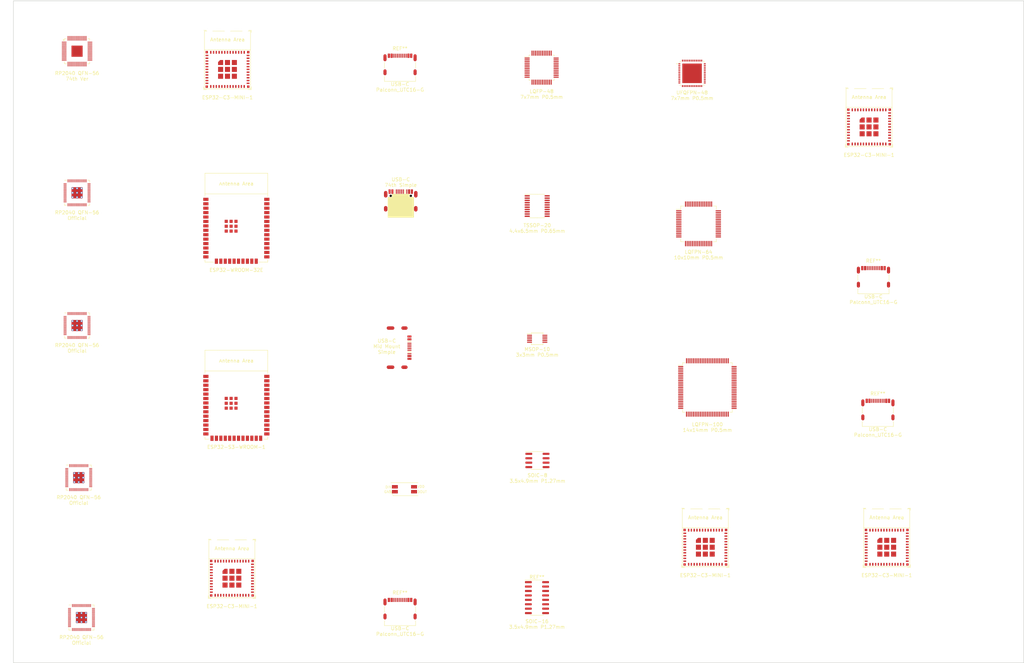
<source format=kicad_pcb>
(kicad_pcb (version 20221018) (generator pcbnew)
  (layers (0 "F.Cu" signal) (31 "B.Cu" signal) (34 "B.Paste" user) (35 "F.Paste" user) (36 "B.SilkS" user "B.Silkscreen") (37 "F.SilkS" user "F.Silkscreen") (38 "B.Mask" user) (39 "F.Mask" user) (44 "Edge.Cuts" user))
  (net 0 "")
  (footprint "$pcb_stencil:StencilHole2mm" (layer "F.Cu") (at 229.195 154.94)
    (fp_text reference "REF**" hide)
    (fp_text value "StencilHole2mm" hide)
  )
  (footprint "$pcb_stencil:StencilHole2mm" (layer "F.Cu") (at 130.81 129.54)
    (fp_text reference "REF**" hide)
    (fp_text value "StencilHole2mm" hide)
  )
  (footprint "$pcb_stencil:StencilHole2mm" (layer "F.Cu") (at 189.23 132.08)
    (fp_text reference "REF**" hide)
    (fp_text value "StencilHole2mm" hide)
  )
  (footprint "$pcb_stencil:StencilHole2mm" (layer "F.Cu") (at 82.55 207.01)
    (fp_text reference "REF**" hide)
    (fp_text value "StencilHole2mm" hide)
  )
  (footprint "$pcb_stencil:StencilHole2mm" (layer "F.Cu") (at 215.225 146.05)
    (fp_text reference "REF**" hide)
    (fp_text value "StencilHole2mm" hide)
  )
  (footprint "$pcb_stencil:StencilHole2mm" (layer "F.Cu") (at 287.02 104.14)
    (fp_text reference "REF**" hide)
    (fp_text value "StencilHole2mm" hide)
  )
  (footprint "$pcb_stencil:USB-C-12-Pin-MidMount-ali-v5" (layer "F.Cu") (at 136.14 129.54 -90)
    (fp_text reference "REF**" hide)
    (fp_text value "USB-C-12-Pin-MidMount-ali-v5")
  )
  (footprint "$pcb_stencil:StencilHole2mm" (layer "F.Cu") (at 53.34 74.93)
    (fp_text reference "REF**" hide)
    (fp_text value "StencilHole2mm" hide)
  )
  (footprint "$pcb_stencil:StencilHole2mm" (layer "F.Cu") (at 130.81 119.38)
    (fp_text reference "REF**" hide)
    (fp_text value "StencilHole2mm" hide)
  )
  (footprint "$pcb_stencil:StencilHole2mm" (layer "F.Cu") (at 80.01 190.5)
    (fp_text reference "REF**" hide)
    (fp_text value "StencilHole2mm" hide)
  )
  (footprint "$pcb_stencil:StencilHole2mm" (layer "F.Cu") (at 218.44 198.12)
    (fp_text reference "REF**" hide)
    (fp_text value "StencilHole2mm" hide)
  )
  (footprint "$pcb_stencil:RP2040_hand" (layer "F.Cu") (at 48.26 44.45)
    (fp_text reference "IC**" hide)
    (fp_text value "QFN40P700X700X90-57N-D" hide)
  )
  (footprint "$pcb_stencil:StencilHole2mm" (layer "F.Cu") (at 93.98 162.56)
    (fp_text reference "REF**" hide)
    (fp_text value "StencilHole2mm" hide)
  )
  (footprint "$pcb_stencil:USB_C_Receptacle_Palconn_UTC16-G" (layer "F.Cu") (at 140.97 204.47)
    (fp_text reference "REF**")
    (fp_text value "USB_C_Receptacle_Palconn_UTC16-G")
  )
  (footprint "$pcb_stencil:StencilHole2mm" (layer "F.Cu") (at 180.275 211.455)
    (fp_text reference "REF**" hide)
    (fp_text value "StencilHole2mm" hide)
  )
  (footprint "$pcb_stencil:StencilHole2mm" (layer "F.Cu") (at 281.94 100.33)
    (fp_text reference "REF**" hide)
    (fp_text value "StencilHole2mm" hide)
  )
  (footprint "$pcb_stencil:StencilHole2mm" (layer "F.Cu") (at 131.02 93.3905)
    (fp_text reference "REF**" hide)
    (fp_text value "StencilHole2mm" hide)
  )
  (footprint "$pcb_stencil:StencilHole2mm" (layer "F.Cu") (at 78.74 140.97 -90)
    (fp_text reference "REF**" hide)
    (fp_text value "StencilHole2mm" hide)
  )
  (footprint "$pcb_stencil:StencilHole2mm" (layer "F.Cu") (at 131.02 83.2305)
    (fp_text reference "REF**" hide)
    (fp_text value "StencilHole2mm" hide)
  )
  (footprint "$pcb_stencil:StencilHole2mm" (layer "F.Cu") (at 285.75 77.47)
    (fp_text reference "REF**" hide)
    (fp_text value "StencilHole2mm" hide)
  )
  (footprint "$pcb_stencil:StencilHole2mm" (layer "F.Cu") (at 151.13 165.1)
    (fp_text reference "REF**" hide)
    (fp_text value "StencilHole2mm" hide)
  )
  (footprint "$pcb_stencil:StencilHole2mm" (layer "F.Cu") (at 287.02 114.3)
    (fp_text reference "REF**" hide)
    (fp_text value "StencilHole2mm" hide)
  )
  (footprint "$pcb_stencil:StencilHole2mm" (layer "F.Cu") (at 189.165 196.215)
    (fp_text reference "REF**" hide)
    (fp_text value "StencilHole2mm" hide)
  )
  (footprint "$pcb_stencil:StencilHole2mm" (layer "F.Cu") (at 275.59 198.12)
    (fp_text reference "REF**" hide)
    (fp_text value "StencilHole2mm" hide)
  )
  (footprint "$pcb_stencil:StencilHole2mm" (layer "F.Cu") (at 271.78 100.33)
    (fp_text reference "REF**" hide)
    (fp_text value "StencilHole2mm" hide)
  )
  (footprint "$pcb_stencil:StencilHole2mm" (layer "F.Cu") (at 43.18 54.61)
    (fp_text reference "REF**" hide)
    (fp_text value "StencilHole2mm" hide)
  )
  (footprint "$pcb_stencil:StencilHole2mm" (layer "F.Cu") (at 290.83 198.12)
    (fp_text reference "REF**" hide)
    (fp_text value "StencilHole2mm" hide)
  )
  (footprint "$pcb_stencil:StencilHole2mm" (layer "F.Cu") (at 49.53 196.85 -90)
    (fp_text reference "REF**" hide)
    (fp_text value "StencilHole2mm" hide)
  )
  (footprint "$pcb_stencil:StencilHole2mm" (layer "F.Cu") (at 151.13 204.47)
    (fp_text reference "REF**" hide)
    (fp_text value "StencilHole2mm" hide)
  )
  (footprint "Package_QFP:LQFP-64_10x10mm_P0.5mm" (layer "F.Cu") (at 226.655 94)
    (fp_text reference "REF**" hide)
    (fp_text value "LQFP-64_10x10mm_P0.5mm")
  )
  (footprint "$pcb_stencil:StencilHole2mm" (layer "F.Cu") (at 239.355 94)
    (fp_text reference "REF**" hide)
    (fp_text value "StencilHole2mm" hide)
  )
  (footprint "$pcb_stencil:StencilHole2mm" (layer "F.Cu") (at 171.385 201.295)
    (fp_text reference "REF**" hide)
    (fp_text value "StencilHole2mm" hide)
  )
  (footprint "$pcb_stencil:StencilHole2mm" (layer "F.Cu") (at 239.355 104.16)
    (fp_text reference "REF**" hide)
    (fp_text value "StencilHole2mm" hide)
  )
  (footprint "$pcb_stencil:StencilHole2mm" (layer "F.Cu") (at 265.43 77.47)
    (fp_text reference "REF**" hide)
    (fp_text value "StencilHole2mm" hide)
  )
  (footprint "$pcb_stencil:StencilHole2mm" (layer "F.Cu") (at 43.66 156.69)
    (fp_text reference "REF**" hide)
    (fp_text value "StencilHole2mm" hide)
  )
  (footprint "$pcb_stencil:StencilHole2mm" (layer "F.Cu") (at 213.955 99.08)
    (fp_text reference "REF**" hide)
    (fp_text value "StencilHole2mm" hide)
  )
  (footprint "$pcb_stencil:YS-SK6812MINI-E-BACK-RIGHT" (layer "F.Cu") (at 142.24 170.18)
    (fp_text reference "SK6812MINI-E" hide)
    (fp_text value "YS-SK6812MINI-E-BACK-RIGHT")
  )
  (footprint "$pcb_stencil:StencilHole2mm" (layer "F.Cu") (at 53.34 34.29)
    (fp_text reference "REF**" hide)
    (fp_text value "StencilHole2mm" hide)
  )
  (footprint "Espressif:ESP32-C3-MINI-1" (layer "F.Cu") (at 91.44 46.97)
    (fp_text reference "REF**" hide)
    (fp_text value "ESP32-C3-MINI-1")
  )
  (footprint "$pcb_stencil:StencilHole2mm" (layer "F.Cu") (at 109.22 93.98)
    (fp_text reference "REF**" hide)
    (fp_text value "StencilHole2mm" hide)
  )
  (footprint "$pcb_stencil:StencilHole2mm" (layer "F.Cu") (at 135.89 195.58)
    (fp_text reference "REF**" hide)
    (fp_text value "StencilHole2mm" hide)
  )
  (footprint "$pcb_stencil:StencilHole2mm" (layer "F.Cu") (at 271.78 118.11)
    (fp_text reference "REF**" hide)
    (fp_text value "StencilHole2mm" hide)
  )
  (footprint "$pcb_stencil:StencilHole2mm" (layer "F.Cu") (at 213.955 94)
    (fp_text reference "REF**" hide)
    (fp_text value "StencilHole2mm" hide)
  )
  (footprint "$pcb_stencil:StencilHole2mm" (layer "F.Cu") (at 83.82 81.28 -90)
    (fp_text reference "REF**" hide)
    (fp_text value "StencilHole2mm" hide)
  )
  (footprint "$pcb_stencil:StencilHole2mm" (layer "F.Cu") (at 185.42 133.35)
    (fp_text reference "REF**" hide)
    (fp_text value "StencilHole2mm" hide)
  )
  (footprint "$pcb_stencil:StencilHole2mm" (layer "F.Cu") (at 58.42 39.37)
    (fp_text reference "REF**" hide)
    (fp_text value "StencilHole2mm" hide)
  )
  (footprint "$pcb_stencil:StencilHole2mm" (layer "F.Cu") (at 171.45 44.0975)
    (fp_text reference "REF**" hide)
    (fp_text value "StencilHole2mm" hide)
  )
  (footprint "$pcb_stencil:StencilHole2mm" (layer "F.Cu") (at 78.74 44.45)
    (fp_text reference "REF**" hide)
    (fp_text value "StencilHole2mm" hide)
  )
  (footprint "$pcb_stencil:StencilHole2mm" (layer "F.Cu") (at 59.69 201.93)
    (fp_text reference "REF**" hide)
    (fp_text value "StencilHole2mm" hide)
  )
  (footprint "$pcb_stencil:StencilHole2mm" (layer "F.Cu") (at 228.6 198.12)
    (fp_text reference "REF**" hide)
    (fp_text value "StencilHole2mm" hide)
  )
  (footprint "$pcb_stencil:StencilHole2mm" (layer "F.Cu") (at 276.86 118.11)
    (fp_text reference "REF**" hide)
    (fp_text value "StencilHole2mm" hide)
  )
  (footprint "$pcb_stencil:StencilHole2mm" (layer "F.Cu") (at 189.165 201.295)
    (fp_text reference "REF**" hide)
    (fp_text value "StencilHole2mm" hide)
  )
  (footprint "$pcb_stencil:StencilHole2mm" (layer "F.Cu") (at 151.13 48.26)
    (fp_text reference "REF**" hide)
    (fp_text value "StencilHole2mm" hide)
  )
  (footprint "$pcb_stencil:StencilHole2mm" (layer "F.Cu") (at 233.68 175.26)
    (fp_text reference "REF**" hide)
    (fp_text value "StencilHole2mm" hide)
  )
  (footprint "$pcb_stencil:StencilHole2mm" (layer "F.Cu") (at 185.485 169.545)
    (fp_text reference "REF**" hide)
    (fp_text value "StencilHole2mm" hide)
  )
  (footprint "$pcb_stencil:StencilHole2mm" (layer "F.Cu") (at 280.67 77.47)
    (fp_text reference "REF**" hide)
    (fp_text value "StencilHole2mm" hide)
  )
  (footprint "$pcb_stencil:StencilHole2mm" (layer "F.Cu") (at 238.76 198.12)
    (fp_text reference "REF**" hide)
    (fp_text value "StencilHole2mm" hide)
  )
  (footprint "$pcb_stencil:StencilHole2mm" (layer "F.Cu") (at 78.74 135.89 -90)
    (fp_text reference "REF**" hide)
    (fp_text value "StencilHole2mm" hide)
  )
  (footprint "$pcb_stencil:StencilHole2mm" (layer "F.Cu") (at 140.97 39.37)
    (fp_text reference "REF**" hide)
    (fp_text value "StencilHole2mm" hide)
  )
  (footprint "$pcb_stencil:StencilHole2mm" (layer "F.Cu") (at 215.9 181.61)
    (fp_text reference "REF**" hide)
    (fp_text value "StencilHole2mm" hide)
  )
  (footprint "$pcb_stencil:StencilHole2mm" (layer "F.Cu") (at 221.575 106.7)
    (fp_text reference "REF**" hide)
    (fp_text value "StencilHole2mm" hide)
  )
  (footprint "$pcb_stencil:StencilHole2mm" (layer "F.Cu") (at 171.45 127)
    (fp_text reference "REF**" hide)
    (fp_text value "StencilHole2mm" hide)
  )
  (footprint "$pcb_stencil:StencilHole2mm" (layer "F.Cu") (at 102.87 207.01)
    (fp_text reference "REF**" hide)
    (fp_text value "StencilHole2mm" hide)
  )
  (footprint "$pcb_stencil:StencilHole2mm" (layer "F.Cu") (at 78.74 151.13 -90)
    (fp_text reference "REF**" hide)
    (fp_text value "StencilHole2mm" hide)
  )
  (footprint "$pcb_stencil:StencilHole2mm" (layer "F.Cu") (at 234.95 45.72)
    (fp_text reference "REF**" hide)
    (fp_text value "StencilHole2mm" hide)
  )
  (footprint "$pcb_stencil:StencilHole2mm" (layer "F.Cu") (at 141.18 78.1505)
    (fp_text reference "REF**" hide)
    (fp_text value "StencilHole2mm" hide)
  )
  (footprint "$pcb_stencil:StencilHole2mm" (layer "F.Cu") (at 146.05 213.36)
    (fp_text reference "REF**" hide)
    (fp_text value "StencilHole2mm" hide)
  )
  (footprint "$pcb_stencil:StencilHole2mm" (layer "F.Cu") (at 175.195 211.455)
    (fp_text reference "REF**" hide)
    (fp_text value "StencilHole2mm" hide)
  )
  (footprint "$pcb_stencil:StencilHole2mm" (layer "F.Cu") (at 78.74 93.98 -90)
    (fp_text reference "REF**" hide)
    (fp_text value "StencilHole2mm" hide)
  )
  (footprint "$pcb_stencil:StencilHole2mm" (layer "F.Cu") (at 224.79 40.64)
    (fp_text reference "REF**" hide)
    (fp_text value "StencilHole2mm" hide)
  )
  (footprint "$pcb_stencil:StencilHole2mm" (layer "F.Cu") (at 229.87 60.96)
    (fp_text reference "REF**" hide)
    (fp_text value "StencilHole2mm" hide)
  )
  (footprint "$pcb_stencil:StencilHole2mm" (layer "F.Cu") (at 186.69 39.0175)
    (fp_text reference "REF**" hide)
    (fp_text value "StencilHole2mm" hide)
  )
  (footprint "$pcb_stencil:StencilHole2mm" (layer "F.Cu") (at 288.29 152.4)
    (fp_text reference "REF**" hide)
    (fp_text value "StencilHole2mm" hide)
  )
  (footprint "$pcb_stencil:StencilHole2mm" (layer "F.Cu") (at 43.18 74.93)
    (fp_text reference "REF**" hide)
    (fp_text value "StencilHole2mm" hide)
  )
  (footprint "$pcb_stencil:StencilHole2mm" (layer "F.Cu") (at 38.1 128.27)
    (fp_text reference "REF**" hide)
    (fp_text value "StencilHole2mm" hide)
  )
  (footprint "$pcb_stencil:StencilHole2mm" (layer "F.Cu") (at 180.34 80.01)
    (fp_text reference "REF**" hide)
    (fp_text value "StencilHole2mm" hide)
  )
  (footprint "$pcb_stencil:StencilHole2mm" (layer "F.Cu") (at 99.06 132.08 -90)
    (fp_text reference "REF**" hide)
    (fp_text value "StencilHole2mm" hide)
  )
  (footprint "$pcb_stencil:StencilHole2mm" (layer "F.Cu") (at 80.01 200.66)
    (fp_text reference "REF**" hide)
    (fp_text value "StencilHole2mm" hide)
  )
  (footprint "$pcb_stencil:StencilHole2mm" (layer "F.Cu") (at 288.29 66.04)
    (fp_text reference "REF**" hide)
    (fp_text value "StencilHole2mm" hide)
  )
  (footprint "$pcb_stencil:StencilHole2mm" (layer "F.Cu") (at 239.355 99.08)
    (fp_text reference "REF**" hide)
    (fp_text value "StencilHole2mm" hide)
  )
  (footprint "$pcb_stencil:StencilHole2mm" (layer "F.Cu") (at 293.37 181.61)
    (fp_text reference "REF**" hide)
    (fp_text value "StencilHole2mm" hide)
  )
  (footprint "$pcb_stencil:StencilHole2mm" (layer "F.Cu") (at 130.81 139.7)
    (fp_text reference "REF**" hide)
    (fp_text value "StencilHole2mm" hide)
  )
  (footprint "$pcb_stencil:StencilHole2mm" (layer "F.Cu") (at 135.89 57.15)
    (fp_text reference "REF**" hide)
    (fp_text value "StencilHole2mm" hide)
  )
  (footprint "$pcb_stencil:StencilHole2mm" (layer "F.Cu") (at 287.02 109.22)
    (fp_text reference "REF**" hide)
    (fp_text value "StencilHole2mm" hide)
  )
  (footprint "$pcb_stencil:StencilHole2mm" (layer "F.Cu") (at 48.74 156.69 -90)
    (fp_text reference "REF**" hide)
    (fp_text value "StencilHole2mm" hide)
  )
  (footprint "$pcb_stencil:StencilHole2mm" (layer "F.Cu") (at 219.035 154.94)
    (fp_text reference "REF**" hide)
    (fp_text value "StencilHole2mm" hide)
  )
  (footprint "$pcb_stencil:StencilHole2mm" (layer "F.Cu") (at 104.14 132.08 -90)
    (fp_text reference "REF**" hide)
    (fp_text value "StencilHole2mm" hide)
  )
  (footprint "$pcb_stencil:StencilHole2mm" (layer "F.Cu") (at 189.23 83.82)
    (fp_text reference "REF**" hide)
    (fp_text value "StencilHole2mm" hide)
  )
  (footprint "$pcb_stencil:StencilHole2mm" (layer "F.Cu") (at 236.815 106.7)
    (fp_text reference "REF**" hide)
    (fp_text value "StencilHole2mm" hide)
  )
  (footprint "$pcb_stencil:StencilHole2mm" (layer "F.Cu") (at 88.9 111.76 180)
    (fp_text reference "REF**" hide)
    (fp_text value "StencilHole2mm" hide)
  )
  (footprint "$pcb_stencil:StencilHole2mm" (layer "F.Cu") (at 262.89 60.96)
    (fp_text reference "REF**" hide)
    (fp_text value "StencilHole2mm" hide)
  )
  (footprint "$pcb_stencil:StencilHole2mm" (layer "F.Cu") (at 171.45 54.2575)
    (fp_text reference "REF**" hide)
    (fp_text value "StencilHole2mm" hide)
  )
  (footprint "$pcb_stencil:StencilHole2mm" (layer "F.Cu") (at 285.75 198.12)
    (fp_text reference "REF**" hide)
    (fp_text value "StencilHole2mm" hide)
  )
  (footprint "$pcb_stencil:StencilHole2mm" (layer "F.Cu") (at 82.55 184.15)
    (fp_text reference "REF**" hide)
    (fp_text value "StencilHole2mm" hide)
  )
  (footprint "$pcb_stencil:StencilHole2mm" (layer "F.Cu") (at 189.295 167.005)
    (fp_text reference "REF**" hide)
    (fp_text value "StencilHole2mm" hide)
  )
  (footprint "$pcb_stencil:StencilHole2mm" (layer "F.Cu") (at 58.42 90.17)
    (fp_text reference "REF**" hide)
    (fp_text value "StencilHole2mm" hide)
  )
  (footprint "$pcb_stencil:StencilHole2mm" (layer "F.Cu") (at 78.74 104.14 -90)
    (fp_text reference "REF**" hide)
    (fp_text value "StencilHole2mm" hide)
  )
  (footprint "$pcb_stencil:StencilHole2mm" (layer "F.Cu") (at 96.52 60.96)
    (fp_text reference "REF**" hide)
    (fp_text value "StencilHole2mm" hide)
  )
  (footprint "Espressif:ESP32-S3-WROOM-1" (layer "F.Cu") (at 93.98 146.05)
    (fp_text reference "REF**" hide)
    (fp_text value "ESP32-S3-WROOM-1")
  )
  (footprint "$pcb_stencil:StencilHole2mm" (layer "F.Cu") (at 38.1 80.01)
    (fp_text reference "REF**" hide)
    (fp_text value "StencilHole2mm" hide)
  )
  (footprint "$pcb_stencil:StencilHole2mm" (layer "F.Cu") (at 109.22 88.9 -90)
    (fp_text reference "REF**" hide)
    (fp_text value "StencilHole2mm" hide)
  )
  (footprint "$pcb_stencil:StencilHole2mm" (layer "F.Cu") (at 38.58 171.93)
    (fp_text reference "REF**" hide)
    (fp_text value "StencilHole2mm" hide)
  )
  (footprint "$pcb_stencil:StencilHole2mm" (layer "F.Cu") (at 224.115 127)
    (fp_text reference "REF**" hide)
    (fp_text value "StencilHole2mm" hide)
  )
  (footprint "$pcb_stencil:StencilHole2mm" (layer "F.Cu") (at 93.98 81.28 -90)
    (fp_text reference "REF**" hide)
    (fp_text value "StencilHole2mm" hide)
  )
  (footprint "$pcb_stencil:StencilHole2mm" (layer "F.Cu") (at 109.22 156.21 -90)
    (fp_text reference "REF**" hide)
    (fp_text value "StencilHole2mm" hide)
  )
  (footprint "$pcb_stencil:StencilHole2mm" (layer "F.Cu") (at 226.655 106.7)
    (fp_text reference "REF**" hide)
    (fp_text value "StencilHole2mm" hide)
  )
  (footprint "$pcb_stencil:StencilHole2mm" (layer "F.Cu") (at 216.495 81.3)
    (fp_text reference "REF**" hide)
    (fp_text value "StencilHole2mm" hide)
  )
  (footprint "$pcb_stencil:StencilHole2mm" (layer "F.Cu") (at 135.89 39.37)
    (fp_text reference "REF**" hide)
    (fp_text value "StencilHole2mm" hide)
  )
  (footprint "$pcb_stencil:StencilHole2mm" (layer "F.Cu") (at 239.355 127)
    (fp_text reference "REF**" hide)
    (fp_text value "StencilHole2mm" hide)
  )
  (footprint "$pcb_stencil:StencilHole2mm" (layer "F.Cu") (at 231.735 106.7)
    (fp_text reference "REF**" hide)
    (fp_text value "StencilHole2mm" hide)
  )
  (footprint "$pcb_stencil:StencilHole2mm" (layer "F.Cu") (at 288.29 60.96)
    (fp_text reference "REF**" hide)
    (fp_text value "StencilHole2mm" hide)
  )
  (footprint "$pcb_stencil:StencilHole2mm" (layer "F.Cu") (at 175.26 97.79)
    (fp_text reference "REF**" hide)
    (fp_text value "StencilHole2mm" hide)
  )
  (footprint "$pcb_stencil:StencilHole2mm" (layer "F.Cu") (at 270.51 198.12)
    (fp_text reference "REF**" hide)
    (fp_text value "StencilHole2mm" hide)
  )
  (footprint "$pcb_stencil:StencilHole2mm" (layer "F.Cu") (at 58.42 44.45)
    (fp_text reference "REF**" hide)
    (fp_text value "StencilHole2mm" hide)
  )
  (footprint "$pcb_stencil:StencilHole2mm" (layer "F.Cu") (at 53.34 95.25)
    (fp_text reference "REF**" hide)
    (fp_text value "StencilHole2mm" hide)
  )
  (footprint "$pcb_stencil:StencilHole2mm" (layer "F.Cu") (at 171.45 132.08)
    (fp_text reference "REF**" hide)
    (fp_text value "StencilHole2mm" hide)
  )
  (footprint "$pcb_stencil:StencilHole2mm" (layer "F.Cu") (at 146.05 118.11)
    (fp_text reference "REF**" hide)
    (fp_text value "StencilHole2mm" hide)
  )
  (footprint "$pcb_stencil:StencilHole2mm" (layer "F.Cu") (at 58.42 49.53)
    (fp_text reference "REF**" hide)
    (fp_text value "StencilHole2mm" hide)
  )
  (footprint "$pcb_stencil:StencilHole2mm" (layer "F.Cu") (at 130.81 53.34)
    (fp_text reference "REF**" hide)
    (fp_text value "StencilHole2mm" hide)
  )
  (footprint "$pcb_stencil:StencilHole2mm" (layer "F.Cu") (at 140.97 118.11)
    (fp_text reference "REF**" hide)
    (fp_text value "StencilHole2mm" hide)
  )
  (footprint "$pcb_stencil:StencilHole2mm" (layer "F.Cu") (at 92.71 184.15)
    (fp_text reference "REF**" hide)
    (fp_text value "StencilHole2mm" hide)
  )
  (footprint "$pcb_stencil:StencilHole2mm" (layer "F.Cu") (at 176.53 39.0175)
    (fp_text reference "REF**" hide)
    (fp_text value "StencilHole2mm" hide)
  )
  (footprint "$pcb_stencil:StencilHole2mm" (layer "F.Cu") (at 53.34 54.61)
    (fp_text reference "REF**" hide)
    (fp_text value "StencilHole2mm" hide)
  )
  (footprint "$pcb_stencil:StencilHole2mm" (layer "F.Cu") (at 290.83 175.26)
    (fp_text reference "REF**" hide)
    (fp_text value "StencilHole2mm" hide)
  )
  (footprint "$pcb_stencil:StencilHole2mm" (layer "F.Cu") (at 91.44 38.1)
    (fp_text reference "REF**" hide)
    (fp_text value "StencilHole2mm" hide)
  )
  (footprint "$pcb_stencil:StencilHole2mm" (layer "F.Cu") (at 78.74 156.21 -90)
    (fp_text reference "REF**" hide)
    (fp_text value "StencilHole2mm" hide)
  )
  (footprint "$pcb_stencil:StencilHole2mm" (layer "F.Cu") (at 266.7 114.3)
    (fp_text reference "REF**" hide)
    (fp_text value "StencilHole2mm" hide)
  )
  (footprint "$pcb_stencil:StencilHole2mm" (layer "F.Cu") (at 97.79 184.15)
    (fp_text reference "REF**" hide)
    (fp_text value "StencilHole2mm" hide)
  )
  (footprint "$pcb_stencil:StencilHole2mm" (layer "F.Cu") (at 87.63 184.15)
    (fp_text reference "REF**" hide)
    (fp_text value "StencilHole2mm" hide)
  )
  (footprint "Package_SO:MSOP-10_3x3mm_P0.5mm" (layer "F.Cu") (at 180.34 127)
    (fp_text reference "REF**" hide)
    (fp_text value "MSOP-10_3x3mm_P0.5mm")
  )
  (footprint "$pcb_stencil:StencilHole2mm" (layer "F.Cu") (at 39.37 201.93)
    (fp_text reference "REF**" hide)
    (fp_text value "StencilHole2mm" hide)
  )
  (footprint "Package_QFP:LQFP-48_7x7mm_P0.5mm" (layer "F.Cu") (at 181.61 49.1775)
    (fp_text reference "U2" hide)
    (fp_text value "STM32V103C8T6")
  )
  (footprint "$pcb_stencil:StencilHole2mm" (layer "F.Cu") (at 78.74 83.82 -90)
    (fp_text reference "REF**" hide)
    (fp_text value "StencilHole2mm" hide)
  )
  (footprint "$pcb_stencil:StencilHole2mm" (layer "F.Cu") (at 101.6 60.96)
    (fp_text reference "REF**" hide)
    (fp_text value "StencilHole2mm" hide)
  )
  (footprint "$pcb_stencil:StencilHole2mm" (layer "F.Cu") (at 180.34 97.79)
    (fp_text reference "REF**" hide)
    (fp_text value "StencilHole2mm" hide)
  )
  (footprint "$pcb_stencil:StencilHole2mm" (layer "F.Cu") (at 275.59 54.61)
    (fp_text reference "REF**" hide)
    (fp_text value "StencilHole2mm" hide)
  )
  (footprint "$pcb_stencil:StencilHole2mm" (layer "F.Cu") (at 265.43 54.61)
    (fp_text reference "REF**" hide)
    (fp_text value "StencilHole2mm" hide)
  )
  (footprint "$pcb_stencil:StencilHole2mm" (layer "F.Cu") (at 151.13 175.26)
    (fp_text reference "REF**" hide)
    (fp_text value "StencilHole2mm" hide)
  )
  (footprint "$pcb_stencil:StencilHole2mm" (layer "F.Cu") (at 78.74 88.9 -90)
    (fp_text reference "REF**" hide)
    (fp_text value "StencilHole2mm" hide)
  )
  (footprint "$pcb_stencil:StencilHole2mm" (layer "F.Cu") (at 131.02 88.3105)
    (fp_text reference "REF**" hide)
    (fp_text value "StencilHole2mm" hide)
  )
  (footprint "$pcb_stencil:StencilHole2mm" (layer "F.Cu") (at 234.275 127)
    (fp_text reference "REF**" hide)
    (fp_text value "StencilHole2mm" hide)
  )
  (footprint "$pcb_stencil:StencilHole2mm" (layer "F.Cu") (at 267.97 152.4)
    (fp_text reference "REF**" hide)
    (fp_text value "StencilHole2mm" hide)
  )
  (footprint "$pcb_stencil:UFQFPN48" (layer "F.Cu") (at 224.79 50.8)
    (fp_text reference "REF**" hide)
    (fp_text value "UFQFPN48")
  )
  (footprint "$pcb_stencil:StencilHole2mm" (layer "F.Cu") (at 104.14 54.61)
    (fp_text reference "REF**" hide)
    (fp_text value "StencilHole2mm" hide)
  )
  (footprint "$pcb_stencil:StencilHole2mm" (layer "F.Cu") (at 146.05 140.97)
    (fp_text reference "REF**" hide)
    (fp_text value "StencilHole2mm" hide)
  )
  (footprint "$pcb_stencil:StencilHole2mm" (layer "F.Cu") (at 43.18 133.35)
    (fp_text reference "REF**" hide)
    (fp_text value "StencilHole2mm" hide)
  )
  (footprint "$pcb_stencil:StencilHole2mm" (layer "F.Cu") (at 48.26 113.03 -90)
    (fp_text reference "REF**" hide)
    (fp_text value "StencilHole2mm" hide)
  )
  (footprint "$pcb_stencil:StencilHole2mm" (layer "F.Cu") (at 137.16 177.8)
    (fp_text reference "REF**" hide)
    (fp_text value "StencilHole2mm" hide)
  )
  (footprint "$pcb_stencil:StencilHole2mm" (layer "F.Cu") (at 280.67 175.26)
    (fp_text reference "REF**" hide)
    (fp_text value "StencilHole2mm" hide)
  )
  (footprint "$pcb_stencil:StencilHole2mm" (layer "F.Cu") (at 267.97 186.69)
    (fp_text reference "REF**" hide)
    (fp_text value "StencilHole2mm" hide)
  )
  (footprint "$pcb_stencil:StencilHole2mm" (layer "F.Cu") (at 267.97 142.24)
    (fp_text reference "REF**" hide)
    (fp_text value "StencilHole2mm" hide)
  )
  (footprint "$pcb_stencil:StencilHole2mm" (layer "F.Cu") (at 109.22 83.82 -90)
    (fp_text reference "REF**" hide)
    (fp_text value "StencilHole2mm" hide)
  )
  (footprint "$pcb_stencil:StencilHole2mm" (layer "F.Cu") (at 171.385 206.375)
    (fp_text reference "REF**" hide)
    (fp_text value "StencilHole2mm" hide)
  )
  (footprint "$pcb_stencil:StencilHole2mm" (layer "F.Cu") (at 81.28 60.96)
    (fp_text reference "REF**" hide)
    (fp_text value "StencilHole2mm" hide)
  )
  (footprint "$pcb_stencil:StencilHole2mm" (layer "F.Cu") (at 38.1 44.45)
    (fp_text reference "REF**" hide)
    (fp_text value "StencilHole2mm" hide)
  )
  (footprint "$pcb_stencil:StencilHole2mm" (layer "F.Cu") (at 130.81 199.39)
    (fp_text reference "REF**" hide)
    (fp_text value "StencilHole2mm" hide)
  )
  (footprint "Espressif:ESP32-C3-MINI-1" (layer "F.Cu") (at 92.71 193.02)
    (fp_text reference "REF**" hide)
    (fp_text value "ESP32-C3-MINI-1")
  )
  (footprint "$pcb_stencil:StencilHole2mm" (layer "F.Cu") (at 189.295 161.925)
    (fp_text reference "REF**" hide)
    (fp_text value "StencilHole2mm" hide)
  )
  (footprint "$pcb_stencil:StencilHole2mm" (layer "F.Cu") (at 58.42 80.01)
    (fp_text reference "REF**" hide)
    (fp_text value "StencilHole2mm" hide)
  )
  (footprint "$pcb_stencil:StencilHole2mm" (layer "F.Cu") (at 130.81 43.18)
    (fp_text reference "REF**" hide)
    (fp_text value "StencilHole2mm" hide)
  )
  (footprint "$pcb_stencil:StencilHole2mm" (layer "F.Cu") (at 215.9 186.69)
    (fp_text reference "REF**" hide)
    (fp_text value "StencilHole2mm" hide)
  )
  (footprint "$pcb_stencil:StencilHole2mm" (layer "F.Cu") (at 224.115 154.94)
    (fp_text reference "REF**" hide)
    (fp_text value "StencilHole2mm" hide)
  )
  (footprint "$pcb_stencil:StencilHole2mm" (layer "F.Cu") (at 58.42 118.11)
    (fp_text reference "REF**" hide)
    (fp_text value "StencilHole2mm" hide)
  )
  (footprint "$pcb_stencil:StencilHole2mm" (layer "F.Cu") (at 185.355 191.135)
    (fp_text reference "REF**" hide)
    (fp_text value "StencilHole2mm" hide)
  )
  (footprint "$pcb_stencil:StencilHole2mm" (layer "F.Cu") (at 215.225 135.89)
    (fp_text reference "REF**" hide)
    (fp_text value "StencilHole2mm" hide)
  )
  (footprint "$pcb_stencil:StencilHole2mm" (layer "F.Cu") (at 171.515 161.925)
    (fp_text reference "REF**" hide)
    (fp_text value "StencilHole2mm" hide)
  )
  (footprint "$pcb_stencil:StencilHole2mm" (layer "F.Cu") (at 140.97 195.58)
    (fp_text reference "REF**" hide)
    (fp_text value "StencilHole2mm" hide)
  )
  (footprint "$pcb_stencil:StencilHole2mm" (layer "F.Cu") (at 93.98 111.76)
    (fp_text reference "REF**" hide)
    (fp_text value "StencilHole2mm" hide)
  )
  (footprint "$pcb_stencil:StencilHole2mm" (layer "F.Cu") (at 38.1 123.19)
    (fp_text reference "REF**" hide)
    (fp_text value "StencilHole2mm" hide)
  )
  (footprint "$pcb_stencil:StencilHole2mm" (layer "F.Cu") (at 262.89 66.04)
    (fp_text reference "REF**" hide)
    (fp_text value "StencilHole2mm" hide)
  )
  (footprint "$pcb_stencil:StencilHole2mm" (layer "F.Cu") (at 133.35 165.1)
    (fp_text reference "REF**" hide)
    (fp_text value "StencilHole2mm" hide)
  )
  (footprint "$pcb_stencil:StencilHole2mm" (layer "F.Cu") (at 93.98 132.08 -90)
    (fp_text reference "REF**" hide)
    (fp_text value "StencilHole2mm" hide)
  )
  (footprint "$pcb_stencil:StencilHole2mm" (layer "F.Cu") (at 53.34 113.03)
    (fp_text reference "REF**" hide)
    (fp_text value "StencilHole2mm" hide)
  )
  (footprint "$pcb_stencil:StencilHole2mm" (layer "F.Cu") (at 189.23 127)
    (fp_text reference "REF**" hide)
    (fp_text value "StencilHole2mm" hide)
  )
  (footprint "$pcb_stencil:USB_C_Receptacle_Palconn_UTC16-G" (layer "F.Cu") (at 276.86 109.22)
    (fp_text reference "REF**")
    (fp_text value "USB_C_Receptacle_Palconn_UTC16-G")
  )
  (footprint "$pcb_stencil:StencilHole2mm" (layer "F.Cu") (at 38.1 90.17)
    (fp_text reference "REF**" hide)
    (fp_text value "StencilHole2mm" hide)
  )
  (footprint "$pcb_stencil:StencilHole2mm" (layer "F.Cu") (at 175.26 119.38)
    (fp_text reference "REF**" hide)
    (fp_text value "StencilHole2mm" hide)
  )
  (footprint "$pcb_stencil:StencilHole2mm" (layer "F.Cu") (at 83.82 162.56 -90)
    (fp_text reference "REF**" hide)
    (fp_text value "StencilHole2mm" hide)
  )
  (footprint "$pcb_stencil:StencilHole2mm" (layer "F.Cu") (at 59.69 212.09)
    (fp_text reference "REF**" hide)
    (fp_text value "StencilHole2mm" hide)
  )
  (footprint "$pcb_stencil:StencilHole2mm" (layer "F.Cu") (at 171.45 88.9)
    (fp_text reference "REF**" hide)
    (fp_text value "StencilHole2mm" hide)
  )
  (footprint "$pcb_stencil:StencilHole2mm" (layer "F.Cu") (at 135.89 140.97)
    (fp_text reference "REF**" hide)
    (fp_text value "StencilHole2mm" hide)
  )
  (footprint "$pcb_stencil:StencilHole2mm" (layer "F.Cu") (at 97.79 207.01)
    (fp_text reference "REF**" hide)
    (fp_text value "StencilHole2mm" hide)
  )
  (footprint "$pcb_stencil:StencilHole2mm" (layer "F.Cu") (at 275.59 175.26)
    (fp_text reference "REF**" hide)
    (fp_text value "StencilHole2mm" hide)
  )
  (footprint "$pcb_stencil:StencilHole2mm" (layer "F.Cu") (at 140.97 57.15)
    (fp_text reference "REF**" hide)
    (fp_text value "StencilHole2mm" hide)
  )
  (footprint "$pcb_stencil:StencilHole2mm" (layer "F.Cu") (at 130.81 124.46)
    (fp_text reference "REF**" hide)
    (fp_text value "StencilHole2mm" hide)
  )
  (footprint "$pcb_stencil:StencilHole2mm" (layer "F.Cu") (at 151.34 88.3105)
    (fp_text reference "REF**" hide)
    (fp_text value "StencilHole2mm" hide)
  )
  (footprint "$pcb_stencil:StencilHole2mm" (layer "F.Cu") (at 149.86 139.7)
    (fp_text reference "REF**" hide)
    (fp_text value "StencilHole2mm" hide)
  )
  (footprint "$pcb_stencil:StencilHole2mm" (layer "F.Cu") (at 109.22 140.97 -90)
    (fp_text reference "REF**" hide)
    (fp_text value "StencilHole2mm" hide)
  )
  (footprint "$pcb_stencil:StencilHole2mm" (layer "F.Cu") (at 147.32 162.56)
    (fp_text reference "REF**" hide)
    (fp_text value "StencilHole2mm" hide)
  )
  (footprint "$pcb_stencil:StencilHole2mm" (layer "F.Cu") (at 189.23 88.9)
    (fp_text reference "REF**" hide)
    (fp_text value "StencilHole2mm" hide)
  )
  (footprint "$pcb_stencil:StencilHole2mm" (layer "F.Cu") (at 151.13 209.55)
    (fp_text reference "REF**" hide)
    (fp_text value "StencilHole2mm" hide)
  )
  (footprint "$pcb_stencil:StencilHole2mm" (layer "F.Cu") (at 109.22 109.22 -90)
    (fp_text reference "REF**" hide)
    (fp_text value "StencilHole2mm" hide)
  )
  (footprint "$pcb_stencil:StencilHole2mm" (layer "F.Cu") (at 43.18 34.29)
    (fp_text reference "REF**" hide)
    (fp_text value "StencilHole2mm" hide)
  )
  (footprint "$pcb_stencil:StencilHole2mm" (layer "F.Cu") (at 234.95 55.88)
    (fp_text reference "REF**" hide)
    (fp_text value "StencilHole2mm" hide)
  )
  (footprint "$pcb_stencil:StencilHole2mm" (layer "F.Cu") (at 239.355 88.92)
    (fp_text reference "REF**" hide)
    (fp_text value "StencilHole2mm" hide)
  )
  (footprint "$pcb_stencil:StencilHole2mm" (layer "F.Cu") (at 270.51 77.47)
    (fp_text reference "REF**" hide)
    (fp_text value "StencilHole2mm" hide)
  )
  (footprint "$pcb_stencil:StencilHole2mm" (layer "F.Cu") (at 83.82 111.76 -90)
    (fp_text reference "REF**" hide)
    (fp_text value "StencilHole2mm" hide)
  )
  (footprint "$pcb_stencil:StencilHole2mm" (layer "F.Cu") (at 185.42 97.79)
    (fp_text reference "REF**" hide)
    (fp_text value "StencilHole2mm" hide)
  )
  (footprint "$pcb_stencil:StencilHole2mm" (layer "F.Cu") (at 267.97 191.77)
    (fp_text reference "REF**" hide)
    (fp_text value "StencilHole2mm" hide)
  )
  (footprint "$pcb_stencil:StencilHole2mm" (layer "F.Cu") (at 285.75 175.26)
    (fp_text reference "REF**" hide)
    (fp_text value "StencilHole2mm" hide)
  )
  (footprint "$pcb_stencil:StencilHole2mm" (layer "F.Cu") (at 146.05 39.37)
    (fp_text reference "REF**" hide)
    (fp_text value "StencilHole2mm" hide)
  )
  (footprint "$pcb_stencil:StencilHole2mm" (layer "F.Cu") (at 43.66 177.01)
    (fp_text reference "REF**" hide)
    (fp_text value "StencilHole2mm" hide)
  )
  (footprint "$pcb_stencil:StencilHole2mm" (layer "F.Cu") (at 146.26 95.9305)
    (fp_text reference "REF**" hide)
    (fp_text value "StencilHole2mm" hide)
  )
  (footprint "$pcb_stencil:StencilHole2mm" (layer "F.Cu") (at 267.97 181.61)
    (fp_text reference "REF**" hide)
    (fp_text value "StencilHole2mm" hide)
  )
  (footprint "$pcb_stencil:StencilHole2mm" (layer "F.Cu") (at 175.26 80.01)
    (fp_text reference "REF**" hide)
    (fp_text value "StencilHole2mm" hide)
  )
  (footprint "$pcb_stencil:StencilHole2mm" (layer "F.Cu") (at 137.16 162.56)
    (fp_text reference "REF**" hide)
    (fp_text value "StencilHole2mm" hide)
  )
  (footprint "$pcb_stencil:USB_C_Receptacle_Palconn_UTC16-G" (layer "F.Cu") (at 278.13 147.32)
    (fp_text reference "REF**")
    (fp_text value "USB_C_Receptacle_Palconn_UTC16-G")
  )
  (footprint "$pcb_stencil:StencilHole2mm" (layer "F.Cu") (at 241.3 191.77)
    (fp_text reference "REF**" hide)
    (fp_text value "StencilHole2mm" hide)
  )
  (footprint "$pcb_stencil:StencilHole2mm" (layer "F.Cu") (at 288.29 71.12)
    (fp_text reference "REF**" hide)
    (fp_text value "StencilHole2mm" hide)
  )
  (footprint "$pcb_stencil:StencilHole2mm" (layer "F.Cu") (at 48.26 54.61)
    (fp_text reference "REF**" hide)
    (fp_text value "StencilHole2mm" hide)
  )
  (footprint "$pcb_stencil:StencilHole2mm" (layer "F.Cu") (at 151.34 93.3905)
    (fp_text reference "REF**" hide)
    (fp_text value "StencilHole2mm" hide)
  )
  (footprint "$pcb_stencil:StencilHole2mm" (layer "F.Cu") (at 241.3 186.69)
    (fp_text reference "REF**" hide)
    (fp_text value "StencilHole2mm" hide)
  )
  (footprint "$pcb_stencil:StencilHole2mm" (layer "F.Cu") (at 236.815 81.3)
    (fp_text reference "REF**" hide)
    (fp_text value "StencilHole2mm" hide)
  )
  (footprint "$pcb_stencil:StencilHole2mm" (layer "F.Cu") (at 142.24 162.56)
    (fp_text reference "REF**" hide)
    (fp_text value "StencilHole2mm" hide)
  )
  (footprint "$pcb_stencil:StencilHole2mm" (layer "F.Cu") (at 181.61 39.0175)
    (fp_text reference "REF**" hide)
    (fp_text value "StencilHole2mm" hide)
  )
  (footprint "$pcb_stencil:StencilHole2mm" (layer "F.Cu") (at 288.29 142.24)
    (fp_text reference "REF**" hide)
    (fp_text value "StencilHole2mm" hide)
  )
  (footprint "$pcb_stencil:StencilHole2mm" (layer "F.Cu") (at 185.355 211.455)
    (fp_text reference "REF**" hide)
    (fp_text value "StencilHole2mm" hide)
  )
  (footprint "$pcb_stencil:StencilHole2mm" (layer "F.Cu") (at 104.14 111.76 -90)
    (fp_text reference "REF**" hide)
    (fp_text value "StencilHole2mm" hide)
  )
  (footprint "$pcb_stencil:StencilHole2mm" (layer "F.Cu") (at 213.955 104.16)
    (fp_text reference "REF**" hide)
    (fp_text value "StencilHole2mm" hide)
  )
  (footprint "$pcb_stencil:StencilHole2mm" (layer "F.Cu") (at 38.1 85.09)
    (fp_text reference "REF**" hide)
    (fp_text value "StencilHole2mm" hide)
  )
  (footprint "$pcb_stencil:StencilHole2mm" (layer "F.Cu") (at 133.35 175.26)
    (fp_text reference "REF**" hide)
    (fp_text value "StencilHole2mm" hide)
  )
  (footprint "Package_SO:SOIC-8_3.9x4.9mm_P1.27mm" (layer "F.Cu") (at 180.405 161.925)
    (fp_text reference "REF**" hide)
    (fp_text value "SOIC-8_3.9x4.9mm_P1.27mm")
  )
  (footprint "$pcb_stencil:StencilHole2mm" (layer "F.Cu") (at 91.44 60.96)
    (fp_text reference "REF**" hide)
    (fp_text value "StencilHole2mm" hide)
  )
  (footprint "$pcb_stencil:StencilHole2mm" (layer "F.Cu") (at 86.36 60.96)
    (fp_text reference "REF**" hide)
    (fp_text value "StencilHole2mm" hide)
  )
  (footprint "$pcb_stencil:StencilHole2mm" (layer "F.Cu") (at 234.95 50.8)
    (fp_text reference "REF**" hide)
    (fp_text value "StencilHole2mm" hide)
  )
  (footprint "$pcb_stencil:StencilHole2mm" (layer "F.Cu") (at 243.165 130.81)
    (fp_text reference "REF**" hide)
    (fp_text value "StencilHole2mm" hide)
  )
  (footprint "$pcb_stencil:StencilHole2mm" (layer "F.Cu") (at 229.195 127)
    (fp_text reference "REF**" hide)
    (fp_text value "StencilHole2mm" hide)
  )
  (footprint "$pcb_stencil:StencilHole2mm" (layer "F.Cu") (at 109.22 161.29 -90)
    (fp_text reference "REF**" hide)
    (fp_text value "StencilHole2mm" hide)
  )
  (footprint "$pcb_stencil:StencilHole2mm" (layer "F.Cu") (at 278.13 138.43)
    (fp_text reference "REF**" hide)
    (fp_text value "StencilHole2mm" hide)
  )
  (footprint "$pcb_stencil:StencilHole2mm" (layer "F.Cu") (at 58.9 171.93)
    (fp_text reference "REF**" hide)
    (fp_text value "StencilHole2mm" hide)
  )
  (footprint "$pcb_stencil:StencilHole2mm" (layer "F.Cu") (at 81.28 38.1)
    (fp_text reference "REF**" hide)
    (fp_text value "StencilHole2mm" hide)
  )
  (footprint "$pcb_stencil:StencilHole2mm" (layer "F.Cu") (at 185.42 80.01)
    (fp_text reference "REF**" hide)
    (fp_text value "StencilHole2mm" hide)
  )
  (footprint "$pcb_stencil:StencilHole2mm" (layer "F.Cu") (at 233.68 198.12)
    (fp_text reference "REF**" hide)
    (fp_text value "StencilHole2mm" hide)
  )
  (footprint "$pcb_stencil:StencilHole2mm" (layer "F.Cu") (at 133.35 170.18)
    (fp_text reference "REF**" hide)
    (fp_text value "StencilHole2mm" hide)
  )
  (footprint "$pcb_stencil:StencilHole2mm" (layer "F.Cu") (at 54.61 196.85)
    (fp_text reference "REF**" hide)
    (fp_text value "StencilHole2mm" hide)
  )
  (footprint "$pcb_stencil:StencilHole2mm" (layer "F.Cu") (at 88.9 81.28 -90)
    (fp_text reference "REF**" hide)
    (fp_text value "StencilHole2mm" hide)
  )
  (footprint "$pcb_stencil:StencilHole2mm" (layer "F.Cu") (at 241.3 181.61)
    (fp_text reference "REF**" hide)
    (fp_text value "StencilHole2mm" hide)
  )
  (footprint "$pcb_stencil:StencilHole2mm" (layer "F.Cu") (at 78.74 54.61)
    (fp_text reference "REF**" hide)
    (fp_text value "StencilHole2mm" hide)
  )
  (footprint "$pcb_stencil:StencilHole2mm" (layer "F.Cu") (at 109.22 151.13 -90)
    (fp_text reference "REF**" hide)
    (fp_text value "StencilHole2mm" hide)
  )
  (footprint "$pcb_stencil:StencilHole2mm" (layer "F.Cu") (at 239.355 83.84)
    (fp_text reference "REF**" hide)
    (fp_text value "StencilHole2mm" hide)
  )
  (footprint "$pcb_stencil:StencilHole2mm" (layer "F.Cu") (at 142.24 177.8)
    (fp_text reference "REF**" hide)
    (fp_text value "StencilHole2mm" hide)
  )
  (footprint "$pcb_stencil:StencilHole2mm" (layer "F.Cu") (at 180.275 191.135)
    (fp_text reference "REF**" hide)
    (fp_text value "StencilHole2mm" hide)
  )
  (footprint "$pcb_stencil:StencilHole2mm" (layer "F.Cu") (at 53.82 156.69)
    (fp_text reference "REF**" hide)
    (fp_text value "StencilHole2mm" hide)
  )
  (footprint "$pcb_stencil:StencilHole2mm" (layer "F.Cu") (at 54.61 217.17)
    (fp_text reference "REF**" hide)
    (fp_text value "StencilHole2mm" hide)
  )
  (footprint "$pcb_stencil:StencilHole2mm" (layer "F.Cu") (at 58.42 123.19)
    (fp_text reference "REF**" hide)
    (fp_text value "StencilHole2mm" hide)
  )
  (footprint "$pcb_stencil:StencilHole2mm" (layer "F.Cu") (at 234.275 154.94)
    (fp_text reference "REF**" hide)
    (fp_text value "StencilHole2mm" hide)
  )
  (footprint "$pcb_stencil:StencilHole2mm" (layer "F.Cu") (at 141.18 95.9305)
    (fp_text reference "REF**" hide)
    (fp_text value "StencilHole2mm" hide)
  )
  (footprint "$pcb_stencil:StencilHole2mm" (layer "F.Cu") (at 147.32 177.8)
    (fp_text reference "REF**" hide)
    (fp_text value "StencilHole2mm" hide)
  )
  (footprint "$pcb_stencil:StencilHole2mm" (layer "F.Cu") (at 226.655 81.3)
    (fp_text reference "REF**" hide)
    (fp_text value "StencilHole2mm" hide)
  )
  (footprint "$pcb_stencil:USB_C_Receptacle_Palconn_UTC16-G" (layer "F.Cu") (at 140.97 48.26)
    (fp_text reference "REF**")
    (fp_text value "USB_C_Receptacle_Palconn_UTC16-G")
  )
  (footprint "$pcb_stencil:StencilHole2mm" (layer "F.Cu") (at 38.58 166.85)
    (fp_text reference "REF**" hide)
    (fp_text value "StencilHole2mm" hide)
  )
  (footprint "$pcb_stencil:StencilHole2mm" (layer "F.Cu") (at 293.37 186.69)
    (fp_text reference "REF**" hide)
    (fp_text value "StencilHole2mm" hide)
  )
  (footprint "$pcb_stencil:StencilHole2mm" (layer "F.Cu") (at 78.74 146.05 -90)
    (fp_text reference "REF**" hide)
    (fp_text value "StencilHole2mm" hide)
  )
  (footprint "$pcb_stencil:StencilHole2mm" (layer "F.Cu") (at 130.81 204.47)
    (fp_text reference "REF**" hide)
    (fp_text value "StencilHole2mm" hide)
  )
  (footprint "$pcb_stencil:StencilHole2mm" (layer "F.Cu") (at 140.97 213.36)
    (fp_text reference "REF**" hide)
    (fp_text value "StencilHole2mm" hide)
  )
  (footprint "$pcb_stencil:StencilHole2mm" (layer "F.Cu") (at 180.405 169.545)
    (fp_text reference "REF**" hide)
    (fp_text value "StencilHole2mm" hide)
  )
  (footprint "$pcb_stencil:StencilHole2mm" (layer "F.Cu") (at 276.86 100.33)
    (fp_text reference "REF**" hide)
    (fp_text value "StencilHole2mm" hide)
  )
  (footprint "$pcb_stencil:StencilHole2mm" (layer "F.Cu") (at 39.37 212.09)
    (fp_text reference "REF**" hide)
    (fp_text value "StencilHole2mm" hide)
  )
  (footprint "$pcb_stencil:StencilHole2mm" (layer "F.Cu") (at 136.1 95.9305)
    (fp_text reference "REF**" hide)
    (fp_text value "StencilHole2mm" hide)
  )
  (footprint "$pcb_stencil:StencilHole2mm" (layer "F.Cu") (at 175.325 169.545)
    (fp_text reference "REF**" hide)
    (fp_text value "StencilHole2mm" hide)
  )
  (footprint "$pcb_stencil:StencilHole2mm" (layer "F.Cu") (at 99.06 81.28 -90)
    (fp_text reference "REF**" hide)
    (fp_text value "StencilHole2mm" hide)
  )
  (footprint "$pcb_stencil:StencilHole2mm" (layer "F.Cu") (at 59.69 207.01)
    (fp_text reference "REF**" hide)
    (fp_text value "StencilHole2mm" hide)
  )
  (footprint "$pcb_stencil:StencilHole2mm" (layer "F.Cu") (at 48.26 133.35)
    (fp_text reference "REF**" hide)
    (fp_text value "StencilHole2mm" hide)
  )
  (footprint "$pcb_stencil:StencilHole2mm" (layer "F.Cu") (at 171.45 83.82)
    (fp_text reference "REF**" hide)
    (fp_text value "StencilHole2mm" hide)
  )
  (footprint "$pcb_stencil:StencilHole2mm" (layer "F.Cu") (at 219.71 40.64)
    (fp_text reference "REF**" hide)
    (fp_text value "StencilHole2mm" hide)
  )
  (footprint "$pcb_stencil:StencilHole2mm" (layer "F.Cu") (at 275.59 77.47)
    (fp_text reference "REF**" hide)
    (fp_text value "StencilHole2mm" hide)
  )
  (footprint "$pcb_stencil:StencilHole2mm" (layer "F.Cu") (at 135.89 213.36)
    (fp_text reference "REF**" hide)
    (fp_text value "StencilHole2mm" hide)
  )
  (footprint "$pcb_stencil:StencilHole2mm" (layer "F.Cu") (at 175.26 133.35)
    (fp_text reference "REF**" hide)
    (fp_text value "StencilHole2mm" hide)
  )
  (footprint "$pcb_stencil:StencilHole2mm" (layer "F.Cu") (at 267.97 147.32)
    (fp_text reference "REF**" hide)
    (fp_text value "StencilHole2mm" hide)
  )
  (footprint "$pcb_stencil:StencilHole2mm" (layer "F.Cu") (at 191.77 49.1775)
    (fp_text reference "REF**" hide)
    (fp_text value "StencilHole2mm" hide)
  )
  (footprint "$pcb_stencil:StencilHole2mm" (layer "F.Cu") (at 216.495 106.7)
    (fp_text reference "REF**" hide)
    (fp_text value "StencilHole2mm" hide)
  )
  (footprint "$pcb_stencil:StencilHole2mm" (layer "F.Cu") (at 104.14 81.28 -90)
    (fp_text reference "REF**" hide)
    (fp_text value "StencilHole2mm" hide)
  )
  (footprint "$pcb_stencil:StencilHole2mm" (layer "F.Cu") (at 214.63 55.88)
    (fp_text reference "REF**" hide)
    (fp_text value "StencilHole2mm" hide)
  )
  (footprint "$pcb_stencil:StencilHole2mm" (layer "F.Cu") (at 180.34 133.35)
    (fp_text reference "REF**" hide)
    (fp_text value "StencilHole2mm" hide)
  )
  (footprint "$pcb_stencil:StencilHole2mm" (layer "F.Cu") (at 189.165 206.375)
    (fp_text reference "REF**" hide)
    (fp_text value "StencilHole2mm" hide)
  )
  (footprint "$pcb_stencil:StencilHole2mm" (layer "F.Cu") (at 218.44 175.26)
    (fp_text reference "REF**" hide)
    (fp_text value "StencilHole2mm" hide)
  )
  (footprint "$pcb_stencil:StencilHole2mm" (layer "F.Cu") (at 78.74 161.29 -90)
    (fp_text reference "REF**" hide)
    (fp_text value "StencilHole2mm" hide)
  )
  (footprint "$pcb_stencil:StencilHole2mm" (layer "F.Cu") (at 262.89 71.12)
    (fp_text reference "REF**" hide)
    (fp_text value "StencilHole2mm" hide)
  )
  (footprint "$pcb_stencil:StencilHole2mm" (layer "F.Cu") (at 280.67 54.61)
    (fp_text reference "REF**" hide)
    (fp_text value "StencilHole2mm" hide)
  )
  (footprint "$pcb_stencil:StencilHole2mm" (layer "F.Cu") (at 146.05 57.15)
    (fp_text reference "REF**" hide)
    (fp_text value "StencilHole2mm" hide)
  )
  (footprint "$pcb_stencil:StencilHole2mm" (layer "F.Cu") (at 185.42 119.38)
    (fp_text reference "REF**" hide)
    (fp_text value "StencilHole2mm" hide)
  )
  (footprint "$pcb_stencil_imports:RP2040-QFN-56" (layer "F.Cu") (at 49.53 207.01)
    (fp_text reference "REF**" hide)
    (fp_text value "Pico2040-QFN-56")
  )
  (footprint "$pcb_stencil:StencilHole2mm" (layer "F.Cu") (at 130.81 48.26)
    (fp_text reference "REF**" hide)
    (fp_text value "StencilHole2mm" hide)
  )
  (footprint "$pcb_stencil:StencilHole2mm" (layer "F.Cu") (at 49.53 217.17)
    (fp_text reference "REF**" hide)
    (fp_text value "StencilHole2mm" hide)
  )
  (footprint "$pcb_stencil:StencilHole2mm" (layer "F.Cu") (at 243.165 151.13)
    (fp_text reference "REF**" hide)
    (fp_text value "StencilHole2mm" hide)
  )
  (footprint "$pcb_stencil:StencilHole2mm" (layer "F.Cu") (at 78.74 99.06 -90)
    (fp_text reference "REF**" hide)
    (fp_text value "StencilHole2mm" hide)
  )
  (footprint "$pcb_stencil:StencilHole2mm" (layer "F.Cu") (at 171.515 167.005)
    (fp_text reference "REF**" hide)
    (fp_text value "StencilHole2mm" hide)
  )
  (footprint "$pcb_stencil:StencilHole2mm" (layer "F.Cu") (at 189.23 121.92)
    (fp_text reference "REF**" hide)
    (fp_text value "StencilHole2mm" hide)
  )
  (footprint "$pcb_stencil:StencilHole2mm" (layer "F.Cu") (at 189.23 93.98)
    (fp_text reference "REF**" hide)
    (fp_text value "StencilHole2mm" hide)
  )
  (footprint "$pcb_stencil:StencilHole2mm" (layer "F.Cu") (at 283.21 138.43)
    (fp_text reference "REF**" hide)
    (fp_text value "StencilHole2mm" hide)
  )
  (footprint "$pcb_stencil:StencilHole2mm" (layer "F.Cu") (at 104.14 44.45)
    (fp_text reference "REF**" hide)
    (fp_text value "StencilHole2mm" hide)
  )
  (footprint "$pcb_stencil:StencilHole2mm" (layer "F.Cu") (at 215.225 151.13)
    (fp_text reference "REF**" hide)
    (fp_text value "StencilHole2mm" hide)
  )
  (footprint "$pcb_stencil:StencilHole2mm" (layer "F.Cu") (at 213.955 88.92)
    (fp_text reference "REF**" hide)
    (fp_text value "StencilHole2mm" hide)
  )
  (footprint "$pcb_stencil:StencilHole2mm" (layer "F.Cu") (at 87.63 207.01)
    (fp_text reference "REF**" hide)
    (fp_text value "StencilHole2mm" hide)
  )
  (footprint "$pcb_stencil:StencilHole2mm" (layer "F.Cu") (at 239.355 154.94)
    (fp_text reference "REF**" hide)
    (fp_text value "StencilHole2mm" hide)
  )
  (footprint "$pcb_stencil:StencilHole2mm" (layer "F.Cu") (at 104.14 162.56 -90)
    (fp_text reference "REF**" hide)
    (fp_text value "StencilHole2mm" hide)
  )
  (footprint "$pcb_stencil:StencilHole2mm" (layer "F.Cu") (at 243.165 140.97)
    (fp_text reference "REF**" hide)
    (fp_text value "StencilHole2mm" hide)
  )
  (footprint "$pcb_stencil:StencilHole2mm" (layer "F.Cu") (at 213.955 83.84)
    (fp_text reference "REF**" hide)
    (fp_text value "StencilHole2mm" hide)
  )
  (footprint "$pcb_stencil:StencilHole2mm" (layer "F.Cu") (at 229.87 40.64)
    (fp_text reference "REF**" hide)
    (fp_text value "StencilHole2mm" hide)
  )
  (footprint "$pcb_stencil:StencilHole2mm" (layer "F.Cu") (at 215.225 140.97)
    (fp_text reference "REF**" hide)
    (fp_text value "StencilHole2mm" hide)
  )
  (footprint "$pcb_stencil:StencilHole2mm" (layer "F.Cu") (at 151.13 43.18)
    (fp_text reference "REF**" hide)
    (fp_text value "StencilHole2mm" hide)
  )
  (footprint "$pcb_stencil_imports:RP2040-QFN-56" (layer "F.Cu") (at 48.26 123.19)
    (fp_text reference "REF**" hide)
    (fp_text value "Pico2040-QFN-56")
  )
  (footprint "$pcb_stencil:StencilHole2mm" (layer "F.Cu") (at 44.45 217.17)
    (fp_text reference "REF**" hide)
    (fp_text value "StencilHole2mm" hide)
  )
  (footprint "$pcb_stencil:StencilHole2mm" (layer "F.Cu") (at 78.74 49.53)
    (fp_text reference "REF**" hide)
    (fp_text value "StencilHole2mm" hide)
  )
  (footprint "Package_SO:TSSOP-20_4.4x6.5mm_P0.65mm" (layer "F.Cu") (at 180.34 88.9)
    (fp_text reference "REF**" hide)
    (fp_text value "TSSOP-20_4.4x6.5mm_P0.65mm")
  )
  (footprint "$pcb_stencil:StencilHole2mm" (layer "F.Cu") (at 285.75 54.61)
    (fp_text reference "REF**" hide)
    (fp_text value "StencilHole2mm" hide)
  )
  (footprint "$pcb_stencil:StencilHole2mm" (layer "F.Cu") (at 214.63 45.72)
    (fp_text reference "REF**" hide)
    (fp_text value "StencilHole2mm" hide)
  )
  (footprint "$pcb_stencil:StencilHole2mm" (layer "F.Cu") (at 180.405 154.305)
    (fp_text reference "REF**" hide)
    (fp_text value "StencilHole2mm" hide)
  )
  (footprint "$pcb_stencil:StencilHole2mm" (layer "F.Cu") (at 273.05 138.43)
    (fp_text reference "REF**" hide)
    (fp_text value "StencilHole2mm" hide)
  )
  (footprint "$pcb_stencil:StencilHole2mm" (layer "F.Cu") (at 109.22 104.14 -90)
    (fp_text reference "REF**" hide)
    (fp_text value "StencilHole2mm" hide)
  )
  (footprint "$pcb_stencil:StencilHole2mm" (layer "F.Cu") (at 171.45 49.1775)
    (fp_text reference "REF**" hide)
    (fp_text value "StencilHole2mm" hide)
  )
  (footprint "$pcb_stencil:StencilHole2mm" (layer "F.Cu") (at 149.86 129.54)
    (fp_text reference "REF**" hide)
    (fp_text value "StencilHole2mm" hide)
  )
  (footprint "$pcb_stencil:StencilHole2mm" (layer "F.Cu") (at 53.82 177.01)
    (fp_text reference "REF**" hide)
    (fp_text value "StencilHole2mm" hide)
  )
  (footprint "$pcb_stencil:StencilHole2mm" (layer "F.Cu") (at 149.86 119.38)
    (fp_text reference "REF**" hide)
    (fp_text value "StencilHole2mm" hide)
  )
  (footprint "$pcb_stencil:StencilHole2mm" (layer "F.Cu") (at 109.22 135.89 -90)
    (fp_text reference "REF**" hide)
    (fp_text value "StencilHole2mm" hide)
  )
  (footprint "$pcb_stencil:StencilHole2mm" (layer "F.Cu") (at 185.485 154.305)
    (fp_text reference "REF**" hide)
    (fp_text value "StencilHole2mm" hide)
  )
  (footprint "$pcb_stencil:StencilHole2mm" (layer "F.Cu") (at 101.6 38.1)
    (fp_text reference "REF**" hide)
    (fp_text value "StencilHole2mm" hide)
  )
  (footprint "$pcb_stencil:StencilHole2mm" (layer "F.Cu") (at 191.77 44.0975)
    (fp_text reference "REF**" hide)
    (fp_text value "StencilHole2mm" hide)
  )
  (footprint "$pcb_stencil:StencilHole2mm" (layer "F.Cu") (at 105.41 190.5)
    (fp_text reference "REF**" hide)
    (fp_text value "StencilHole2mm" hide)
  )
  (footprint "$pcb_stencil:USB-C-12-Pin-SMD" (layer "F.Cu") (at 141.18 89.5805)
    (fp_text reference "REF**" hide)
    (fp_text value "USB-C-12-Pin-SMD")
  )
  (footprint "$pcb_stencil:StencilHole2mm" (layer "F.Cu") (at 280.67 198.12)
    (fp_text reference "REF**" hide)
    (fp_text value "StencilHole2mm" hide)
  )
  (footprint "$pcb_stencil:StencilHole2mm" (layer "F.Cu") (at 189.295 156.845)
    (fp_text reference "REF**" hide)
    (fp_text value "StencilHole2mm" hide)
  )
  (footprint "$pcb_stencil:StencilHole2mm" (layer "F.Cu") (at 48.26 34.29 -90)
    (fp_text reference "REF**" hide)
    (fp_text value "StencilHole2mm" hide)
  )
  (footprint "$pcb_stencil:StencilHole2mm" (layer "F.Cu") (at 223.52 175.26)
    (fp_text reference "REF**" hide)
    (fp_text value "StencilHole2mm" hide)
  )
  (footprint "$pcb_stencil:StencilHole2mm" (layer "F.Cu") (at 266.7 109.22)
    (fp_text reference "REF**" hide)
    (fp_text value "StencilHole2mm" hide)
  )
  (footprint "$pcb_stencil:StencilHole2mm" (layer "F.Cu") (at 228.6 175.26)
    (fp_text reference "REF**" hide)
    (fp_text value "StencilHole2mm" hide)
  )
  (footprint "$pcb_stencil:StencilHole2mm" (layer "F.Cu") (at 223.52 198.12)
    (fp_text reference "REF**" hide)
    (fp_text value "StencilHole2mm" hide)
  )
  (footprint "$pcb_stencil:StencilHole2mm" (layer "F.Cu") (at 270.51 54.61)
    (fp_text reference "REF**" hide)
    (fp_text value "StencilHole2mm" hide)
  )
  (footprint "$pcb_stencil:StencilHole2mm" (layer "F.Cu") (at 48.74 177.01)
    (fp_text reference "REF**" hide)
    (fp_text value "StencilHole2mm" hide)
  )
  (footprint "$pcb_stencil:StencilHole2mm" (layer "F.Cu") (at 86.36 38.1)
    (fp_text reference "REF**" hide)
    (fp_text value "StencilHole2mm" hide)
  )
  (footprint "Package_QFP:TQFP-100_14x14mm_P0.5mm" (layer "F.Cu") (at 229.195 140.97)
    (fp_text reference "REF**" hide)
    (fp_text value "TQFP-100_14x14mm_P0.5mm")
  )
  (footprint "$pcb_stencil:StencilHole2mm" (layer "F.Cu") (at 221.575 81.3)
    (fp_text reference "REF**" hide)
    (fp_text value "StencilHole2mm" hide)
  )
  (footprint "$pcb_stencil:StencilHole2mm" (layer "F.Cu") (at 266.7 104.14)
    (fp_text reference "REF**" hide)
    (fp_text value "StencilHole2mm" hide)
  )
  (footprint "$pcb_stencil:StencilHole2mm" (layer "F.Cu") (at 283.21 156.21)
    (fp_text reference "REF**" hide)
    (fp_text value "StencilHole2mm" hide)
  )
  (footprint "$pcb_stencil:StencilHole2mm" (layer "F.Cu") (at 273.05 156.21)
    (fp_text reference "REF**" hide)
    (fp_text value "StencilHole2mm" hide)
  )
  (footprint "$pcb_stencil:StencilHole2mm" (layer "F.Cu") (at 171.45 93.98)
    (fp_text reference "REF**" hide)
    (fp_text value "StencilHole2mm" hide)
  )
  (footprint "$pcb_stencil:StencilHole2mm" (layer "F.Cu") (at 140.97 140.97)
    (fp_text reference "REF**" hide)
    (fp_text value "StencilHole2mm" hide)
  )
  (footprint "$pcb_stencil:StencilHole2mm" (layer "F.Cu") (at 38.1 39.37)
    (fp_text reference "REF**" hide)
    (fp_text value "StencilHole2mm" hide)
  )
  (footprint "$pcb_stencil:StencilHole2mm" (layer "F.Cu") (at 92.71 207.01)
    (fp_text reference "REF**" hide)
    (fp_text value "StencilHole2mm" hide)
  )
  (footprint "$pcb_stencil:StencilHole2mm" (layer "F.Cu") (at 215.9 191.77)
    (fp_text reference "REF**" hide)
    (fp_text value "StencilHole2mm" hide)
  )
  (footprint "$pcb_stencil:StencilHole2mm" (layer "F.Cu") (at 96.52 38.1)
    (fp_text reference "REF**" hide)
    (fp_text value "StencilHole2mm" hide)
  )
  (footprint "$pcb_stencil:StencilHole2mm" (layer "F.Cu") (at 175.325 154.305)
    (fp_text reference "REF**" hide)
    (fp_text value "StencilHole2mm" hide)
  )
  (footprint "$pcb_stencil:StencilHole2mm" (layer "F.Cu") (at 214.63 50.8)
    (fp_text reference "REF**" hide)
    (fp_text value "StencilHole2mm" hide)
  )
  (footprint "$pcb_stencil:StencilHole2mm" (layer "F.Cu") (at 186.69 59.3375)
    (fp_text reference "REF**" hide)
    (fp_text value "StencilHole2mm" hide)
  )
  (footprint "$pcb_stencil:StencilHole2mm" (layer "F.Cu") (at 58.42 85.09)
    (fp_text reference "REF**" hide)
    (fp_text value "StencilHole2mm" hide)
  )
  (footprint "$pcb_stencil:StencilHole2mm" (layer "F.Cu") (at 58.9 166.37)
    (fp_text reference "REF**" hide)
    (fp_text value "StencilHole2mm" hide)
  )
  (footprint "$pcb_stencil:StencilHole2mm" (layer "F.Cu") (at 48.26 95.25)
    (fp_text reference "REF**" hide)
    (fp_text value "StencilHole2mm" hide)
  )
  (footprint "$pcb_stencil:StencilHole2mm" (layer "F.Cu") (at 58.9 161.77)
    (fp_text reference "REF**" hide)
    (fp_text value "StencilHole2mm" hide)
  )
  (footprint "$pcb_stencil:StencilHole2mm" (layer "F.Cu") (at 99.06 162.56 -90)
    (fp_text reference "REF**" hide)
    (fp_text value "StencilHole2mm" hide)
  )
  (footprint "$pcb_stencil:StencilHole2mm" (layer "F.Cu") (at 288.29 147.32)
    (fp_text reference "REF**" hide)
    (fp_text value "StencilHole2mm" hide)
  )
  (footprint "$pcb_stencil:StencilHole2mm" (layer "F.Cu") (at 39.37 207.01)
    (fp_text reference "REF**" hide)
    (fp_text value "StencilHole2mm" hide)
  )
  (footprint "$pcb_stencil:StencilHole2mm" (layer "F.Cu") (at 38.1 118.11)
    (fp_text reference "REF**" hide)
    (fp_text value "StencilHole2mm" hide)
  )
  (footprint "$pcb_stencil:StencilHole2mm" (layer "F.Cu") (at 130.81 134.62)
    (fp_text reference "REF**" hide)
    (fp_text value "StencilHole2mm" hide)
  )
  (footprint "$pcb_stencil:StencilHole2mm" (layer "F.Cu") (at 104.14 49.53)
    (fp_text reference "REF**" hide)
    (fp_text value "StencilHole2mm" hide)
  )
  (footprint "$pcb_stencil:StencilHole2mm" (layer "F.Cu") (at 224.79 60.96)
    (fp_text reference "REF**" hide)
    (fp_text value "StencilHole2mm" hide)
  )
  (footprint "$pcb_stencil:StencilHole2mm" (layer "F.Cu") (at 238.76 175.26)
    (fp_text reference "REF**" hide)
    (fp_text value "StencilHole2mm" hide)
  )
  (footprint "$pcb_stencil:StencilHole2mm" (layer "F.Cu") (at 171.45 121.92)
    (fp_text reference "REF**" hide)
    (fp_text value "StencilHole2mm" hide)
  )
  (footprint "$pcb_stencil:StencilHole2mm" (layer "F.Cu") (at 270.51 175.26)
    (fp_text reference "REF**" hide)
    (fp_text value "StencilHole2mm" hide)
  )
  (footprint "$pcb_stencil:StencilHole2mm" (layer "F.Cu") (at 109.22 146.05)
    (fp_text reference "REF**" hide)
    (fp_text value "StencilHole2mm" hide)
  )
  (footprint "$pcb_stencil:StencilHole2mm" (layer "F.Cu") (at 171.515 156.845)
    (fp_text reference "REF**" hide)
    (fp_text value "StencilHole2mm" hide)
  )
  (footprint "$pcb_stencil:StencilHole2mm" (layer "F.Cu") (at 151.34 83.2305)
    (fp_text reference "REF**" hide)
    (fp_text value "StencilHole2mm" hide)
  )
  (footprint "$pcb_stencil:StencilHole2mm" (layer "F.Cu") (at 88.9 132.08 -90)
    (fp_text reference "REF**" hide)
    (fp_text value "StencilHole2mm" hide)
  )
  (footprint "Espressif:ESP32-C3-MINI-1" (layer "F.Cu") (at 275.59 63.48)
    (fp_text reference "REF**" hide)
    (fp_text value "ESP32-C3-MINI-1")
  )
  (footprint "$pcb_stencil:StencilHole2mm" (layer "F.Cu") (at 105.41 195.58)
    (fp_text reference "REF**" hide)
    (fp_text value "StencilHole2mm" hide)
  )
  (footprint "$pcb_stencil:StencilHole2mm" (layer "F.Cu") (at 146.05 195.58)
    (fp_text reference "REF**" hide)
    (fp_text value "StencilHole2mm" hide)
  )
  (footprint "$pcb_stencil:StencilHole2mm" (layer "F.Cu") (at 43.18 95.25)
    (fp_text reference "REF**" hide)
    (fp_text value "StencilHole2mm" hide)
  )
  (footprint "$pcb_stencil:StencilHole2mm" (layer "F.Cu") (at 281.94 118.11)
    (fp_text reference "REF**" hide)
    (fp_text value "StencilHole2mm" hide)
  )
  (footprint "$pcb_stencil:StencilHole2mm" (layer "F.Cu") (at 181.61 59.3375)
    (fp_text reference "REF**" hide)
    (fp_text value "StencilHole2mm" hide)
  )
  (footprint "$pcb_stencil:StencilHole2mm" (layer "F.Cu") (at 109.22 99.06 -90)
    (fp_text reference "REF**" hide)
    (fp_text value "StencilHole2mm" hide)
  )
  (footprint "$pcb_stencil_imports:RP2040-QFN-56" (layer "F.Cu") (at 48.26 85.09)
    (fp_text reference "REF**" hide)
    (fp_text value "Pico2040-QFN-56")
  )
  (footprint "$pcb_stencil:StencilHole2mm" (layer "F.Cu") (at 171.385 196.215)
    (fp_text reference "REF**" hide)
    (fp_text value "StencilHole2mm" hide)
  )
  (footprint "Espressif:ESP32-C3-MINI-1" (layer "F.Cu") (at 280.67 184.13)
    (fp_text reference "REF**" hide)
    (fp_text value "ESP32-C3-MINI-1")
  )
  (footprint "$pcb_stencil:StencilHole2mm" (layer "F.Cu") (at 48.26 74.93 -90)
    (fp_text reference "REF**" hide)
    (fp_text value "StencilHole2mm" hide)
  )
  (footprint "$pcb_stencil:StencilHole2mm" (layer "F.Cu") (at 38.58 161.77)
    (fp_text reference "REF**" hide)
    (fp_text value "StencilHole2mm" hide)
  )
  (footprint "$pcb_stencil:StencilHole2mm" (layer "F.Cu") (at 151.13 170.18)
    (fp_text reference "REF**" hide)
    (fp_text value "StencilHole2mm" hide)
  )
  (footprint "$pcb_stencil:StencilHole2mm" (layer "F.Cu") (at 151.13 199.39)
    (fp_text reference "REF**" hide)
    (fp_text value "StencilHole2mm" hide)
  )
  (footprint "$pcb_stencil:StencilHole2mm" (layer "F.Cu") (at 53.34 133.35)
    (fp_text reference "REF**" hide)
    (fp_text value "StencilHole2mm" hide)
  )
  (footprint "$pcb_stencil:StencilHole2mm" (layer "F.Cu") (at 215.225 130.81)
    (fp_text reference "REF**" hide)
    (fp_text value "StencilHole2mm" hide)
  )
  (footprint "$pcb_stencil:StencilHole2mm" (layer "F.Cu") (at 83.82 132.08 -90)
    (fp_text reference "REF**" hide)
    (fp_text value "StencilHole2mm" hide)
  )
  (footprint "$pcb_stencil:StencilHole2mm" (layer "F.Cu") (at 58.42 128.27)
    (fp_text reference "REF**" hide)
    (fp_text value "StencilHole2mm" hide)
  )
  (footprint "$pcb_stencil:StencilHole2mm" (layer "F.Cu") (at 88.9 162.56 180)
    (fp_text reference "REF**" hide)
    (fp_text value "StencilHole2mm" hide)
  )
  (footprint "$pcb_stencil:StencilHole2mm" (layer "F.Cu") (at 38.1 49.53)
    (fp_text reference "REF**" hide)
    (fp_text value "StencilHole2mm" hide)
  )
  (footprint "$pcb_stencil:StencilHole2mm" (layer "F.Cu") (at 149.86 124.46)
    (fp_text reference "REF**" hide)
    (fp_text value "StencilHole2mm" hide)
  )
  (footprint "$pcb_stencil:StencilHole2mm" (layer "F.Cu") (at 219.71 60.96)
    (fp_text reference "REF**" hide)
    (fp_text value "StencilHole2mm" hide)
  )
  (footprint "Package_SO:SOIC-16_3.9x9.9mm_P1.27mm" (layer "F.Cu") (at 180.275 201.295)
    (fp_text reference "REF**")
    (fp_text value "SOIC-16_3.9x9.9mm_P1.27mm")
  )
  (footprint "$pcb_stencil:StencilHole2mm" (layer "F.Cu") (at 151.13 53.34)
    (fp_text reference "REF**" hide)
    (fp_text value "StencilHole2mm" hide)
  )
  (footprint "$pcb_stencil:StencilHole2mm" (layer "F.Cu") (at 243.165 146.05)
    (fp_text reference "REF**" hide)
    (fp_text value "StencilHole2mm" hide)
  )
  (footprint "Espressif:ESP32-C3-MINI-1" (layer "F.Cu") (at 228.6 184.13)
    (fp_text reference "REF**" hide)
    (fp_text value "ESP32-C3-MINI-1")
  )
  (footprint "$pcb_stencil:StencilHole2mm" (layer "F.Cu") (at 219.035 127)
    (fp_text reference "REF**" hide)
    (fp_text value "StencilHole2mm" hide)
  )
  (footprint "$pcb_stencil:StencilHole2mm" (layer "F.Cu") (at 175.195 191.135)
    (fp_text reference "REF**" hide)
    (fp_text value "StencilHole2mm" hide)
  )
  (footprint "$pcb_stencil_imports:RP2040-QFN-56" (layer "F.Cu") (at 48.74 166.85)
    (fp_text reference "REF**" hide)
    (fp_text value "Pico2040-QFN-56")
  )
  (footprint "$pcb_stencil:StencilHole2mm" (layer "F.Cu") (at 44.45 196.85)
    (fp_text reference "REF**" hide)
    (fp_text value "StencilHole2mm" hide)
  )
  (footprint "$pcb_stencil:StencilHole2mm" (layer "F.Cu") (at 146.26 78.1505)
    (fp_text reference "REF**" hide)
    (fp_text value "StencilHole2mm" hide)
  )
  (footprint "$pcb_stencil:StencilHole2mm" (layer "F.Cu") (at 80.01 195.58)
    (fp_text reference "REF**" hide)
    (fp_text value "StencilHole2mm" hide)
  )
  (footprint "$pcb_stencil:StencilHole2mm" (layer "F.Cu") (at 102.87 184.15)
    (fp_text reference "REF**" hide)
    (fp_text value "StencilHole2mm" hide)
  )
  (footprint "$pcb_stencil:StencilHole2mm" (layer "F.Cu") (at 180.34 119.38)
    (fp_text reference "REF**" hide)
    (fp_text value "StencilHole2mm" hide)
  )
  (footprint "$pcb_stencil:StencilHole2mm" (layer "F.Cu") (at 191.77 54.2575)
    (fp_text reference "REF**" hide)
    (fp_text value "StencilHole2mm" hide)
  )
  (footprint "$pcb_stencil:StencilHole2mm" (layer "F.Cu") (at 149.86 134.62)
    (fp_text reference "REF**" hide)
    (fp_text value "StencilHole2mm" hide)
  )
  (footprint "$pcb_stencil:StencilHole2mm" (layer "F.Cu") (at 99.06 111.76 -90)
    (fp_text reference "REF**" hide)
    (fp_text value "StencilHole2mm" hide)
  )
  (footprint "$pcb_stencil:StencilHole2mm" (layer "F.Cu") (at 130.81 209.55)
    (fp_text reference "REF**" hide)
    (fp_text value "StencilHole2mm" hide)
  )
  (footprint "$pcb_stencil:StencilHole2mm" (layer "F.Cu") (at 278.13 156.21)
    (fp_text reference "REF**" hide)
    (fp_text value "StencilHole2mm" hide)
  )
  (footprint "$pcb_stencil:StencilHole2mm" (layer "F.Cu") (at 243.165 135.89)
    (fp_text reference "REF**" hide)
    (fp_text value "StencilHole2mm" hide)
  )
  (footprint "$pcb_stencil:StencilHole2mm" (layer "F.Cu") (at 43.18 113.03)
    (fp_text reference "REF**" hide)
    (fp_text value "StencilHole2mm" hide)
  )
  (footprint "$pcb_stencil:StencilHole2mm" (layer "F.Cu") (at 231.735 81.3)
    (fp_text reference "REF**" hide)
    (fp_text value "StencilHole2mm" hide)
  )
  (footprint "$pcb_stencil:StencilHole2mm" (layer "F.Cu") (at 293.37 191.77)
    (fp_text reference "REF**" hide)
    (fp_text value "StencilHole2mm" hide)
  )
  (footprint "$pcb_stencil:StencilHole2mm" (layer "F.Cu") (at 105.41 200.66)
    (fp_text reference "REF**" hide)
    (fp_text value "StencilHole2mm" hide)
  )
  (footprint "Espressif:ESP32-WROOM-32E" (layer "F.Cu") (at 93.98 93.98)
    (fp_text reference "REF**" hide)
    (fp_text value "ESP32-WROOM-32E")
  )
  (footprint "$pcb_stencil:StencilHole2mm" (layer "F.Cu") (at 136.1 78.1505)
    (fp_text reference "REF**" hide)
    (fp_text value "StencilHole2mm" hide)
  )
  (footprint "$pcb_stencil:StencilHole2mm" (layer "F.Cu") (at 135.89 118.11)
    (fp_text reference "REF**" hide)
    (fp_text value "StencilHole2mm" hide)
  )
  (footprint "$pcb_stencil:StencilHole2mm" (layer "F.Cu") (at 176.53 59.3375)
    (fp_text reference "REF**" hide)
    (fp_text value "StencilHole2mm" hide)
  )
  (footprint "$pcb_stencil:StencilHole2mm" (layer "F.Cu") (at 78.74 109.22 -90)
    (fp_text reference "REF**" hide)
    (fp_text value "StencilHole2mm" hide)
  )
  (gr_rect locked (start 30 30) (end 320 220) (stroke (width 0.15)) (fill none) (layer "Edge.Cuts"))
  (gr_text "LQFP-48\n7x7mm P0.5mm" (at 181.61 56.7975) (layer "F.SilkS") (effects (font (size 1 1))))
  (gr_text "ESP32-S3-WROOM-1" (at 93.98 157.48) (layer "F.SilkS") (effects (font (size 1 1)) (justify top)))
  (gr_text "RP2040 QFN-56\nOfficial" (at 48.26 128.27) (layer "F.SilkS") (effects (font (size 1 1)) (justify top)))
  (gr_text "ESP32-C3-MINI-1" (at 92.71 203.2) (layer "F.SilkS") (effects (font (size 1 1)) (justify top)))
  (gr_text "UFQFPN-48\n7x7mm P0.5mm" (at 224.79 57.15) (layer "F.SilkS") (effects (font (size 1 1))))
  (gr_text "USB-C\nPalconn_UTC16-G" (at 140.97 53.34) (layer "F.SilkS") (effects (font (size 1 1)) (justify top)))
  (gr_text "TSSOP-20\n4.4x6.5mm P0.65mm" (at 180.34 95.25) (layer "F.SilkS") (effects (font (size 1 1))))
  (gr_text "ESP32-C3-MINI-1" (at 275.59 73.66) (layer "F.SilkS") (effects (font (size 1 1)) (justify top)))
  (gr_text "USB-C\nPalconn_UTC16-G" (at 276.86 114.3) (layer "F.SilkS") (effects (font (size 1 1)) (justify top)))
  (gr_text "RP2040 QFN-56\nOfficial" (at 49.53 212.09) (layer "F.SilkS") (effects (font (size 1 1)) (justify top)))
  (gr_text "ESP32-C3-MINI-1" (at 91.44 57.15) (layer "F.SilkS") (effects (font (size 1 1)) (justify top)))
  (gr_text "SOIC-16\n3.5x4.9mm P1.27mm" (at 180.275 208.915) (layer "F.SilkS") (effects (font (size 1 1))))
  (gr_text "ESP32-WROOM-32E" (at 93.98 106.68) (layer "F.SilkS") (effects (font (size 1 1)) (justify top)))
  (gr_text "USB-C\nPalconn_UTC16-G" (at 278.13 152.4) (layer "F.SilkS") (effects (font (size 1 1)) (justify top)))
  (gr_text "USB-C\n74th Simple" (at 141.18 80.6905) (layer "F.SilkS") (effects (font (size 1 1)) (justify top)))
  (gr_text "RP2040 QFN-56\n74th Ver" (at 48.26 50.19) (layer "F.SilkS") (effects (font (size 1 1)) (justify top)))
  (gr_text "RP2040 QFN-56\nOfficial" (at 48.74 171.93) (layer "F.SilkS") (effects (font (size 1 1)) (justify top)))
  (gr_text "USB-C\nMid Mount\nSimple" (at 137.16 127) (layer "F.SilkS") (effects (font (size 1 1)) (justify top)))
  (gr_text "LQFPN-64\n10x10mm P0.5mm" (at 226.655 102.89) (layer "F.SilkS") (effects (font (size 1 1))))
  (gr_text "LQFPN-100\n14x14mm P0.5mm" (at 229.195 152.4) (layer "F.SilkS") (effects (font (size 1 1))))
  (gr_text "MSOP-10\n3x3mm P0.5mm" (at 180.34 130.81) (layer "F.SilkS") (effects (font (size 1 1))))
  (gr_text "ESP32-C3-MINI-1" (at 228.6 194.31) (layer "F.SilkS") (effects (font (size 1 1)) (justify top)))
  (gr_text "SOIC-8\n3.5x4.9mm P1.27mm" (at 180.405 167.005) (layer "F.SilkS") (effects (font (size 1 1))))
  (gr_text "USB-C\nPalconn_UTC16-G" (at 140.97 209.55) (layer "F.SilkS") (effects (font (size 1 1)) (justify top)))
  (gr_text "RP2040 QFN-56\nOfficial" (at 48.26 90.17) (layer "F.SilkS") (effects (font (size 1 1)) (justify top)))
  (gr_text "ESP32-C3-MINI-1" (at 280.67 194.31) (layer "F.SilkS") (effects (font (size 1 1)) (justify top)))
)
</source>
